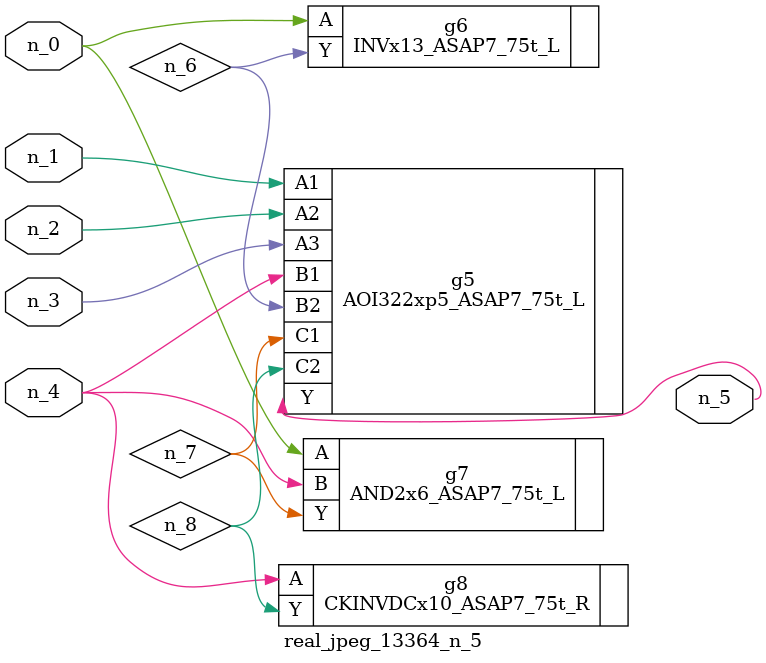
<source format=v>
module real_jpeg_13364_n_5 (n_4, n_0, n_1, n_2, n_3, n_5);

input n_4;
input n_0;
input n_1;
input n_2;
input n_3;

output n_5;

wire n_8;
wire n_6;
wire n_7;

INVx13_ASAP7_75t_L g6 ( 
.A(n_0),
.Y(n_6)
);

AND2x6_ASAP7_75t_L g7 ( 
.A(n_0),
.B(n_4),
.Y(n_7)
);

AOI322xp5_ASAP7_75t_L g5 ( 
.A1(n_1),
.A2(n_2),
.A3(n_3),
.B1(n_4),
.B2(n_6),
.C1(n_7),
.C2(n_8),
.Y(n_5)
);

CKINVDCx10_ASAP7_75t_R g8 ( 
.A(n_4),
.Y(n_8)
);


endmodule
</source>
